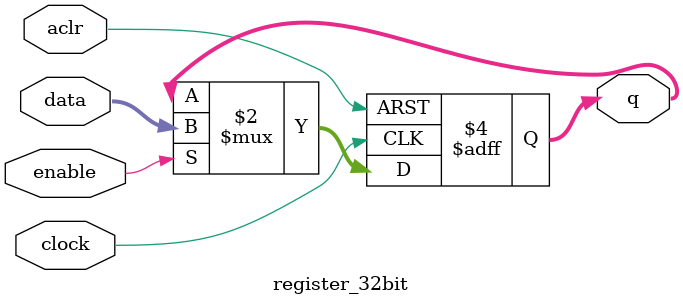
<source format=v>
`timescale 1 ps / 1 ps
module register_32bit (
	aclr,
	clock,
	data,
	enable,
	q);

	input	  aclr;
	input	  clock;
	input	[31:0]  data;
	input	  enable;
	output reg	[31:0]  q;
	
	always @(posedge clock, posedge aclr)
	begin
		if (aclr)
			q <= 31'b0;
		else if (enable)
			q <= data;
	end

endmodule
</source>
